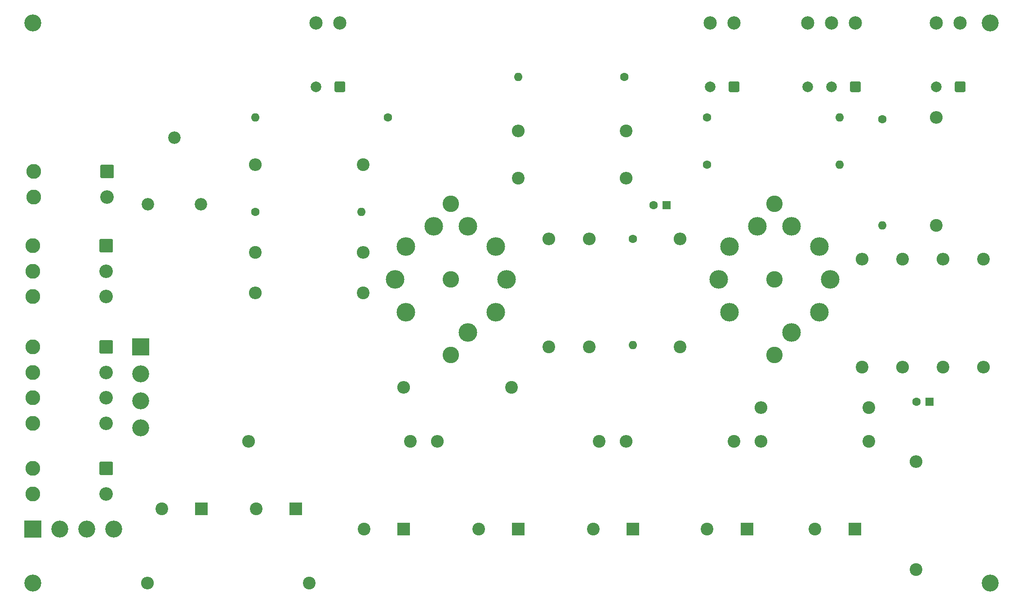
<source format=gbs>
G04 #@! TF.GenerationSoftware,KiCad,Pcbnew,5.1.10-88a1d61d58~90~ubuntu20.04.1*
G04 #@! TF.CreationDate,2021-08-18T14:00:20-04:00*
G04 #@! TF.ProjectId,single_ended_tube_amp,73696e67-6c65-45f6-956e-6465645f7475,0*
G04 #@! TF.SameCoordinates,Original*
G04 #@! TF.FileFunction,Soldermask,Bot*
G04 #@! TF.FilePolarity,Negative*
%FSLAX46Y46*%
G04 Gerber Fmt 4.6, Leading zero omitted, Abs format (unit mm)*
G04 Created by KiCad (PCBNEW 5.1.10-88a1d61d58~90~ubuntu20.04.1) date 2021-08-18 14:00:20*
%MOMM*%
%LPD*%
G01*
G04 APERTURE LIST*
%ADD10C,2.400000*%
%ADD11R,2.400000X2.400000*%
%ADD12O,2.400000X2.400000*%
%ADD13C,2.800000*%
%ADD14C,2.550000*%
%ADD15R,3.200000X3.200000*%
%ADD16C,3.200000*%
%ADD17C,2.000000*%
%ADD18C,2.500000*%
%ADD19O,3.500000X3.500000*%
%ADD20C,3.100000*%
%ADD21O,1.600000X1.600000*%
%ADD22C,1.600000*%
%ADD23C,2.340000*%
%ADD24R,1.600000X1.600000*%
G04 APERTURE END LIST*
D10*
X36950000Y-121920000D03*
D11*
X44450000Y-121920000D03*
D10*
X19170000Y-121920000D03*
D11*
X26670000Y-121920000D03*
D12*
X116840000Y-71120000D03*
D10*
X116840000Y-91440000D03*
D13*
X-5080000Y-119100000D03*
X-5080000Y-114300000D03*
D14*
X8720000Y-119100000D03*
G36*
G01*
X7694999Y-113025000D02*
X9745001Y-113025000D01*
G75*
G02*
X9995000Y-113274999I0J-249999D01*
G01*
X9995000Y-115325001D01*
G75*
G02*
X9745001Y-115575000I-249999J0D01*
G01*
X7694999Y-115575000D01*
G75*
G02*
X7445000Y-115325001I0J249999D01*
G01*
X7445000Y-113274999D01*
G75*
G02*
X7694999Y-113025000I249999J0D01*
G01*
G37*
D15*
X15240000Y-91440000D03*
D16*
X15240000Y-96520000D03*
X15240000Y-101600000D03*
X15240000Y-106680000D03*
D10*
X142240000Y-125730000D03*
D11*
X149740000Y-125730000D03*
D10*
X121920000Y-125730000D03*
D11*
X129420000Y-125730000D03*
D10*
X100450000Y-125730000D03*
D11*
X107950000Y-125730000D03*
D10*
X78860000Y-125730000D03*
D11*
X86360000Y-125730000D03*
D10*
X57270000Y-125730000D03*
D11*
X64770000Y-125730000D03*
G36*
G01*
X53760000Y-41730000D02*
X53760000Y-43230000D01*
G75*
G02*
X53510000Y-43480000I-250000J0D01*
G01*
X52010000Y-43480000D01*
G75*
G02*
X51760000Y-43230000I0J250000D01*
G01*
X51760000Y-41730000D01*
G75*
G02*
X52010000Y-41480000I250000J0D01*
G01*
X53510000Y-41480000D01*
G75*
G02*
X53760000Y-41730000I0J-250000D01*
G01*
G37*
D17*
X48260000Y-42480000D03*
D18*
X52760000Y-30480000D03*
X48260000Y-30480000D03*
G36*
G01*
X128000000Y-41730000D02*
X128000000Y-43230000D01*
G75*
G02*
X127750000Y-43480000I-250000J0D01*
G01*
X126250000Y-43480000D01*
G75*
G02*
X126000000Y-43230000I0J250000D01*
G01*
X126000000Y-41730000D01*
G75*
G02*
X126250000Y-41480000I250000J0D01*
G01*
X127750000Y-41480000D01*
G75*
G02*
X128000000Y-41730000I0J-250000D01*
G01*
G37*
D17*
X122500000Y-42480000D03*
D18*
X127000000Y-30480000D03*
X122500000Y-30480000D03*
G36*
G01*
X150860000Y-41730000D02*
X150860000Y-43230000D01*
G75*
G02*
X150610000Y-43480000I-250000J0D01*
G01*
X149110000Y-43480000D01*
G75*
G02*
X148860000Y-43230000I0J250000D01*
G01*
X148860000Y-41730000D01*
G75*
G02*
X149110000Y-41480000I250000J0D01*
G01*
X150610000Y-41480000D01*
G75*
G02*
X150860000Y-41730000I0J-250000D01*
G01*
G37*
D17*
X145360000Y-42480000D03*
X140860000Y-42480000D03*
D18*
X149860000Y-30480000D03*
X145360000Y-30480000D03*
X140860000Y-30480000D03*
G36*
G01*
X170600000Y-41730000D02*
X170600000Y-43230000D01*
G75*
G02*
X170350000Y-43480000I-250000J0D01*
G01*
X168850000Y-43480000D01*
G75*
G02*
X168600000Y-43230000I0J250000D01*
G01*
X168600000Y-41730000D01*
G75*
G02*
X168850000Y-41480000I250000J0D01*
G01*
X170350000Y-41480000D01*
G75*
G02*
X170600000Y-41730000I0J-250000D01*
G01*
G37*
D17*
X165100000Y-42480000D03*
D18*
X169600000Y-30480000D03*
X165100000Y-30480000D03*
D15*
X-5080000Y-125730000D03*
D16*
X0Y-125730000D03*
X5080000Y-125730000D03*
X10160000Y-125730000D03*
D13*
X-4910000Y-63220000D03*
X-4910000Y-58420000D03*
D14*
X8890000Y-63220000D03*
G36*
G01*
X7864999Y-57145000D02*
X9915001Y-57145000D01*
G75*
G02*
X10165000Y-57394999I0J-249999D01*
G01*
X10165000Y-59445001D01*
G75*
G02*
X9915001Y-59695000I-249999J0D01*
G01*
X7864999Y-59695000D01*
G75*
G02*
X7615000Y-59445001I0J249999D01*
G01*
X7615000Y-57394999D01*
G75*
G02*
X7864999Y-57145000I249999J0D01*
G01*
G37*
D13*
X-5080000Y-105840000D03*
X-5080000Y-101040000D03*
X-5080000Y-96240000D03*
X-5080000Y-91440000D03*
D14*
X8720000Y-105840000D03*
X8720000Y-101040000D03*
X8720000Y-96240000D03*
G36*
G01*
X7694999Y-90165000D02*
X9745001Y-90165000D01*
G75*
G02*
X9995000Y-90414999I0J-249999D01*
G01*
X9995000Y-92465001D01*
G75*
G02*
X9745001Y-92715000I-249999J0D01*
G01*
X7694999Y-92715000D01*
G75*
G02*
X7445000Y-92465001I0J249999D01*
G01*
X7445000Y-90414999D01*
G75*
G02*
X7694999Y-90165000I249999J0D01*
G01*
G37*
D13*
X-5080000Y-81990000D03*
X-5080000Y-77190000D03*
X-5080000Y-72390000D03*
D14*
X8720000Y-81990000D03*
X8720000Y-77190000D03*
G36*
G01*
X7694999Y-71115000D02*
X9745001Y-71115000D01*
G75*
G02*
X9995000Y-71364999I0J-249999D01*
G01*
X9995000Y-73415001D01*
G75*
G02*
X9745001Y-73665000I-249999J0D01*
G01*
X7694999Y-73665000D01*
G75*
G02*
X7445000Y-73415001I0J249999D01*
G01*
X7445000Y-71364999D01*
G75*
G02*
X7694999Y-71115000I249999J0D01*
G01*
G37*
D19*
X126125322Y-84911745D03*
X124120000Y-78740000D03*
X126125322Y-72568255D03*
X131375322Y-68753907D03*
X137864678Y-68753907D03*
X143114678Y-72568255D03*
X145120000Y-78740000D03*
X143114678Y-84911745D03*
X137864678Y-88726093D03*
D20*
X134620000Y-92990000D03*
X134620000Y-64490000D03*
X134620000Y-78740000D03*
D19*
X65165322Y-84911745D03*
X63160000Y-78740000D03*
X65165322Y-72568255D03*
X70415322Y-68753907D03*
X76904678Y-68753907D03*
X82154678Y-72568255D03*
X84160000Y-78740000D03*
X82154678Y-84911745D03*
X76904678Y-88726093D03*
D20*
X73660000Y-92990000D03*
X73660000Y-64490000D03*
X73660000Y-78740000D03*
D16*
X-5080000Y-135890000D03*
X175260000Y-135890000D03*
X175260000Y-30480000D03*
X-5080000Y-30480000D03*
D21*
X56830000Y-66040000D03*
D22*
X36830000Y-66040000D03*
D12*
X16510000Y-135890000D03*
D10*
X46990000Y-135890000D03*
D23*
X26590000Y-64570000D03*
X21590000Y-52070000D03*
X16590000Y-64570000D03*
D12*
X161290000Y-113030000D03*
D10*
X161290000Y-133350000D03*
D12*
X132080000Y-109220000D03*
D10*
X152400000Y-109220000D03*
D12*
X106680000Y-109220000D03*
D10*
X127000000Y-109220000D03*
D12*
X71120000Y-109220000D03*
D10*
X101600000Y-109220000D03*
D12*
X35560000Y-109220000D03*
D10*
X66040000Y-109220000D03*
D12*
X64770000Y-99060000D03*
D10*
X85090000Y-99060000D03*
D12*
X36830000Y-57150000D03*
D10*
X57150000Y-57150000D03*
D12*
X36830000Y-81280000D03*
D10*
X57150000Y-81280000D03*
D12*
X57150000Y-73660000D03*
D10*
X36830000Y-73660000D03*
D12*
X92075000Y-71120000D03*
D10*
X92075000Y-91440000D03*
D12*
X99695000Y-71120000D03*
D10*
X99695000Y-91440000D03*
D12*
X106680000Y-59690000D03*
D10*
X86360000Y-59690000D03*
D12*
X86360000Y-50800000D03*
D10*
X106680000Y-50800000D03*
D12*
X132080000Y-102870000D03*
D10*
X152400000Y-102870000D03*
D12*
X165100000Y-48260000D03*
D10*
X165100000Y-68580000D03*
D12*
X151130000Y-74930000D03*
D10*
X151130000Y-95250000D03*
D12*
X158750000Y-95250000D03*
D10*
X158750000Y-74930000D03*
D12*
X166370000Y-74930000D03*
D10*
X166370000Y-95250000D03*
D12*
X173990000Y-95250000D03*
D10*
X173990000Y-74930000D03*
D21*
X36830000Y-48260000D03*
D22*
X61830000Y-48260000D03*
D21*
X86360000Y-40640000D03*
D22*
X106360000Y-40640000D03*
D21*
X107950000Y-91120000D03*
D22*
X107950000Y-71120000D03*
X111800000Y-64770000D03*
D24*
X114300000Y-64770000D03*
D21*
X146920000Y-48260000D03*
D22*
X121920000Y-48260000D03*
D21*
X146920000Y-57150000D03*
D22*
X121920000Y-57150000D03*
D21*
X154940000Y-68580000D03*
D22*
X154940000Y-48580000D03*
X161330000Y-101727000D03*
D24*
X163830000Y-101727000D03*
M02*

</source>
